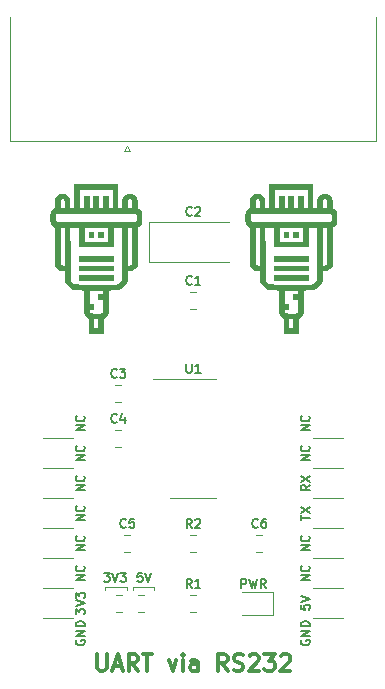
<source format=gbr>
G04 #@! TF.GenerationSoftware,KiCad,Pcbnew,(5.1.5)-3*
G04 #@! TF.CreationDate,2020-04-27T13:04:48+02:00*
G04 #@! TF.ProjectId,RS232_click,52533233-325f-4636-9c69-636b2e6b6963,rev?*
G04 #@! TF.SameCoordinates,Original*
G04 #@! TF.FileFunction,Legend,Top*
G04 #@! TF.FilePolarity,Positive*
%FSLAX46Y46*%
G04 Gerber Fmt 4.6, Leading zero omitted, Abs format (unit mm)*
G04 Created by KiCad (PCBNEW (5.1.5)-3) date 2020-04-27 13:04:48*
%MOMM*%
%LPD*%
G04 APERTURE LIST*
%ADD10C,0.150000*%
%ADD11C,0.120000*%
%ADD12C,0.304800*%
%ADD13C,0.010000*%
G04 APERTURE END LIST*
D10*
X59163857Y-143473714D02*
X58801000Y-143473714D01*
X58764714Y-143836571D01*
X58801000Y-143800285D01*
X58873571Y-143764000D01*
X59055000Y-143764000D01*
X59127571Y-143800285D01*
X59163857Y-143836571D01*
X59200142Y-143909142D01*
X59200142Y-144090571D01*
X59163857Y-144163142D01*
X59127571Y-144199428D01*
X59055000Y-144235714D01*
X58873571Y-144235714D01*
X58801000Y-144199428D01*
X58764714Y-144163142D01*
X59417857Y-143473714D02*
X59671857Y-144235714D01*
X59925857Y-143473714D01*
X55952571Y-143473714D02*
X56424285Y-143473714D01*
X56170285Y-143764000D01*
X56279142Y-143764000D01*
X56351714Y-143800285D01*
X56388000Y-143836571D01*
X56424285Y-143909142D01*
X56424285Y-144090571D01*
X56388000Y-144163142D01*
X56351714Y-144199428D01*
X56279142Y-144235714D01*
X56061428Y-144235714D01*
X55988857Y-144199428D01*
X55952571Y-144163142D01*
X56642000Y-143473714D02*
X56896000Y-144235714D01*
X57150000Y-143473714D01*
X57331428Y-143473714D02*
X57803142Y-143473714D01*
X57549142Y-143764000D01*
X57658000Y-143764000D01*
X57730571Y-143800285D01*
X57766857Y-143836571D01*
X57803142Y-143909142D01*
X57803142Y-144090571D01*
X57766857Y-144163142D01*
X57730571Y-144199428D01*
X57658000Y-144235714D01*
X57440285Y-144235714D01*
X57367714Y-144199428D01*
X57331428Y-144163142D01*
D11*
X60198000Y-144653000D02*
X60198000Y-144907000D01*
X58420000Y-144653000D02*
X60198000Y-144653000D01*
X58420000Y-144907000D02*
X58420000Y-144653000D01*
X57912000Y-144653000D02*
X57912000Y-144907000D01*
X56007000Y-144653000D02*
X57912000Y-144653000D01*
X56007000Y-144907000D02*
X56007000Y-144653000D01*
D10*
X73369714Y-144108714D02*
X72607714Y-144108714D01*
X73369714Y-143673285D01*
X72607714Y-143673285D01*
X73297142Y-142875000D02*
X73333428Y-142911285D01*
X73369714Y-143020142D01*
X73369714Y-143092714D01*
X73333428Y-143201571D01*
X73260857Y-143274142D01*
X73188285Y-143310428D01*
X73043142Y-143346714D01*
X72934285Y-143346714D01*
X72789142Y-143310428D01*
X72716571Y-143274142D01*
X72644000Y-143201571D01*
X72607714Y-143092714D01*
X72607714Y-143020142D01*
X72644000Y-142911285D01*
X72680285Y-142875000D01*
X73369714Y-141568714D02*
X72607714Y-141568714D01*
X73369714Y-141133285D01*
X72607714Y-141133285D01*
X73297142Y-140335000D02*
X73333428Y-140371285D01*
X73369714Y-140480142D01*
X73369714Y-140552714D01*
X73333428Y-140661571D01*
X73260857Y-140734142D01*
X73188285Y-140770428D01*
X73043142Y-140806714D01*
X72934285Y-140806714D01*
X72789142Y-140770428D01*
X72716571Y-140734142D01*
X72644000Y-140661571D01*
X72607714Y-140552714D01*
X72607714Y-140480142D01*
X72644000Y-140371285D01*
X72680285Y-140335000D01*
X73369714Y-133948714D02*
X72607714Y-133948714D01*
X73369714Y-133513285D01*
X72607714Y-133513285D01*
X73297142Y-132715000D02*
X73333428Y-132751285D01*
X73369714Y-132860142D01*
X73369714Y-132932714D01*
X73333428Y-133041571D01*
X73260857Y-133114142D01*
X73188285Y-133150428D01*
X73043142Y-133186714D01*
X72934285Y-133186714D01*
X72789142Y-133150428D01*
X72716571Y-133114142D01*
X72644000Y-133041571D01*
X72607714Y-132932714D01*
X72607714Y-132860142D01*
X72644000Y-132751285D01*
X72680285Y-132715000D01*
X73369714Y-131408714D02*
X72607714Y-131408714D01*
X73369714Y-130973285D01*
X72607714Y-130973285D01*
X73297142Y-130175000D02*
X73333428Y-130211285D01*
X73369714Y-130320142D01*
X73369714Y-130392714D01*
X73333428Y-130501571D01*
X73260857Y-130574142D01*
X73188285Y-130610428D01*
X73043142Y-130646714D01*
X72934285Y-130646714D01*
X72789142Y-130610428D01*
X72716571Y-130574142D01*
X72644000Y-130501571D01*
X72607714Y-130392714D01*
X72607714Y-130320142D01*
X72644000Y-130211285D01*
X72680285Y-130175000D01*
X54319714Y-144108714D02*
X53557714Y-144108714D01*
X54319714Y-143673285D01*
X53557714Y-143673285D01*
X54247142Y-142875000D02*
X54283428Y-142911285D01*
X54319714Y-143020142D01*
X54319714Y-143092714D01*
X54283428Y-143201571D01*
X54210857Y-143274142D01*
X54138285Y-143310428D01*
X53993142Y-143346714D01*
X53884285Y-143346714D01*
X53739142Y-143310428D01*
X53666571Y-143274142D01*
X53594000Y-143201571D01*
X53557714Y-143092714D01*
X53557714Y-143020142D01*
X53594000Y-142911285D01*
X53630285Y-142875000D01*
X54319714Y-141568714D02*
X53557714Y-141568714D01*
X54319714Y-141133285D01*
X53557714Y-141133285D01*
X54247142Y-140335000D02*
X54283428Y-140371285D01*
X54319714Y-140480142D01*
X54319714Y-140552714D01*
X54283428Y-140661571D01*
X54210857Y-140734142D01*
X54138285Y-140770428D01*
X53993142Y-140806714D01*
X53884285Y-140806714D01*
X53739142Y-140770428D01*
X53666571Y-140734142D01*
X53594000Y-140661571D01*
X53557714Y-140552714D01*
X53557714Y-140480142D01*
X53594000Y-140371285D01*
X53630285Y-140335000D01*
X54319714Y-139028714D02*
X53557714Y-139028714D01*
X54319714Y-138593285D01*
X53557714Y-138593285D01*
X54247142Y-137795000D02*
X54283428Y-137831285D01*
X54319714Y-137940142D01*
X54319714Y-138012714D01*
X54283428Y-138121571D01*
X54210857Y-138194142D01*
X54138285Y-138230428D01*
X53993142Y-138266714D01*
X53884285Y-138266714D01*
X53739142Y-138230428D01*
X53666571Y-138194142D01*
X53594000Y-138121571D01*
X53557714Y-138012714D01*
X53557714Y-137940142D01*
X53594000Y-137831285D01*
X53630285Y-137795000D01*
X54319714Y-136488714D02*
X53557714Y-136488714D01*
X54319714Y-136053285D01*
X53557714Y-136053285D01*
X54247142Y-135255000D02*
X54283428Y-135291285D01*
X54319714Y-135400142D01*
X54319714Y-135472714D01*
X54283428Y-135581571D01*
X54210857Y-135654142D01*
X54138285Y-135690428D01*
X53993142Y-135726714D01*
X53884285Y-135726714D01*
X53739142Y-135690428D01*
X53666571Y-135654142D01*
X53594000Y-135581571D01*
X53557714Y-135472714D01*
X53557714Y-135400142D01*
X53594000Y-135291285D01*
X53630285Y-135255000D01*
X54319714Y-133948714D02*
X53557714Y-133948714D01*
X54319714Y-133513285D01*
X53557714Y-133513285D01*
X54247142Y-132715000D02*
X54283428Y-132751285D01*
X54319714Y-132860142D01*
X54319714Y-132932714D01*
X54283428Y-133041571D01*
X54210857Y-133114142D01*
X54138285Y-133150428D01*
X53993142Y-133186714D01*
X53884285Y-133186714D01*
X53739142Y-133150428D01*
X53666571Y-133114142D01*
X53594000Y-133041571D01*
X53557714Y-132932714D01*
X53557714Y-132860142D01*
X53594000Y-132751285D01*
X53630285Y-132715000D01*
X73369714Y-136017000D02*
X73006857Y-136271000D01*
X73369714Y-136452428D02*
X72607714Y-136452428D01*
X72607714Y-136162142D01*
X72644000Y-136089571D01*
X72680285Y-136053285D01*
X72752857Y-136017000D01*
X72861714Y-136017000D01*
X72934285Y-136053285D01*
X72970571Y-136089571D01*
X73006857Y-136162142D01*
X73006857Y-136452428D01*
X72607714Y-135763000D02*
X73369714Y-135255000D01*
X72607714Y-135255000D02*
X73369714Y-135763000D01*
X72607714Y-139010571D02*
X72607714Y-138575142D01*
X73369714Y-138792857D02*
X72607714Y-138792857D01*
X72607714Y-138393714D02*
X73369714Y-137885714D01*
X72607714Y-137885714D02*
X73369714Y-138393714D01*
X72607714Y-146195142D02*
X72607714Y-146558000D01*
X72970571Y-146594285D01*
X72934285Y-146558000D01*
X72898000Y-146485428D01*
X72898000Y-146304000D01*
X72934285Y-146231428D01*
X72970571Y-146195142D01*
X73043142Y-146158857D01*
X73224571Y-146158857D01*
X73297142Y-146195142D01*
X73333428Y-146231428D01*
X73369714Y-146304000D01*
X73369714Y-146485428D01*
X73333428Y-146558000D01*
X73297142Y-146594285D01*
X72607714Y-145941142D02*
X73369714Y-145687142D01*
X72607714Y-145433142D01*
X72644000Y-149170571D02*
X72607714Y-149243142D01*
X72607714Y-149352000D01*
X72644000Y-149460857D01*
X72716571Y-149533428D01*
X72789142Y-149569714D01*
X72934285Y-149606000D01*
X73043142Y-149606000D01*
X73188285Y-149569714D01*
X73260857Y-149533428D01*
X73333428Y-149460857D01*
X73369714Y-149352000D01*
X73369714Y-149279428D01*
X73333428Y-149170571D01*
X73297142Y-149134285D01*
X73043142Y-149134285D01*
X73043142Y-149279428D01*
X73369714Y-148807714D02*
X72607714Y-148807714D01*
X73369714Y-148372285D01*
X72607714Y-148372285D01*
X73369714Y-148009428D02*
X72607714Y-148009428D01*
X72607714Y-147828000D01*
X72644000Y-147719142D01*
X72716571Y-147646571D01*
X72789142Y-147610285D01*
X72934285Y-147574000D01*
X73043142Y-147574000D01*
X73188285Y-147610285D01*
X73260857Y-147646571D01*
X73333428Y-147719142D01*
X73369714Y-147828000D01*
X73369714Y-148009428D01*
X53594000Y-149170571D02*
X53557714Y-149243142D01*
X53557714Y-149352000D01*
X53594000Y-149460857D01*
X53666571Y-149533428D01*
X53739142Y-149569714D01*
X53884285Y-149606000D01*
X53993142Y-149606000D01*
X54138285Y-149569714D01*
X54210857Y-149533428D01*
X54283428Y-149460857D01*
X54319714Y-149352000D01*
X54319714Y-149279428D01*
X54283428Y-149170571D01*
X54247142Y-149134285D01*
X53993142Y-149134285D01*
X53993142Y-149279428D01*
X54319714Y-148807714D02*
X53557714Y-148807714D01*
X54319714Y-148372285D01*
X53557714Y-148372285D01*
X54319714Y-148009428D02*
X53557714Y-148009428D01*
X53557714Y-147828000D01*
X53594000Y-147719142D01*
X53666571Y-147646571D01*
X53739142Y-147610285D01*
X53884285Y-147574000D01*
X53993142Y-147574000D01*
X54138285Y-147610285D01*
X54210857Y-147646571D01*
X54283428Y-147719142D01*
X54319714Y-147828000D01*
X54319714Y-148009428D01*
X53557714Y-146993428D02*
X53557714Y-146521714D01*
X53848000Y-146775714D01*
X53848000Y-146666857D01*
X53884285Y-146594285D01*
X53920571Y-146558000D01*
X53993142Y-146521714D01*
X54174571Y-146521714D01*
X54247142Y-146558000D01*
X54283428Y-146594285D01*
X54319714Y-146666857D01*
X54319714Y-146884571D01*
X54283428Y-146957142D01*
X54247142Y-146993428D01*
X53557714Y-146304000D02*
X54319714Y-146050000D01*
X53557714Y-145796000D01*
X53557714Y-145614571D02*
X53557714Y-145142857D01*
X53848000Y-145396857D01*
X53848000Y-145288000D01*
X53884285Y-145215428D01*
X53920571Y-145179142D01*
X53993142Y-145142857D01*
X54174571Y-145142857D01*
X54247142Y-145179142D01*
X54283428Y-145215428D01*
X54319714Y-145288000D01*
X54319714Y-145505714D01*
X54283428Y-145578285D01*
X54247142Y-145614571D01*
X54319714Y-131408714D02*
X53557714Y-131408714D01*
X54319714Y-130973285D01*
X53557714Y-130973285D01*
X54247142Y-130175000D02*
X54283428Y-130211285D01*
X54319714Y-130320142D01*
X54319714Y-130392714D01*
X54283428Y-130501571D01*
X54210857Y-130574142D01*
X54138285Y-130610428D01*
X53993142Y-130646714D01*
X53884285Y-130646714D01*
X53739142Y-130610428D01*
X53666571Y-130574142D01*
X53594000Y-130501571D01*
X53557714Y-130392714D01*
X53557714Y-130320142D01*
X53594000Y-130211285D01*
X53630285Y-130175000D01*
X67564000Y-144743714D02*
X67564000Y-143981714D01*
X67854285Y-143981714D01*
X67926857Y-144018000D01*
X67963142Y-144054285D01*
X67999428Y-144126857D01*
X67999428Y-144235714D01*
X67963142Y-144308285D01*
X67926857Y-144344571D01*
X67854285Y-144380857D01*
X67564000Y-144380857D01*
X68253428Y-143981714D02*
X68434857Y-144743714D01*
X68580000Y-144199428D01*
X68725142Y-144743714D01*
X68906571Y-143981714D01*
X69632285Y-144743714D02*
X69378285Y-144380857D01*
X69196857Y-144743714D02*
X69196857Y-143981714D01*
X69487142Y-143981714D01*
X69559714Y-144018000D01*
X69596000Y-144054285D01*
X69632285Y-144126857D01*
X69632285Y-144235714D01*
X69596000Y-144308285D01*
X69559714Y-144344571D01*
X69487142Y-144380857D01*
X69196857Y-144380857D01*
D11*
X76200000Y-132080000D02*
X73660000Y-132080000D01*
X76200000Y-134620000D02*
X73660000Y-134620000D01*
X76200000Y-137160000D02*
X73660000Y-137160000D01*
X76200000Y-139700000D02*
X73660000Y-139700000D01*
X76200000Y-142240000D02*
X73660000Y-142240000D01*
X76200000Y-144780000D02*
X73660000Y-144780000D01*
X76200000Y-147320000D02*
X73660000Y-147320000D01*
X50800000Y-147320000D02*
X53340000Y-147320000D01*
X50800000Y-144780000D02*
X53340000Y-144780000D01*
X50800000Y-142240000D02*
X53340000Y-142240000D01*
X50800000Y-139700000D02*
X53340000Y-139700000D01*
X50800000Y-137160000D02*
X53340000Y-137160000D01*
X50800000Y-134620000D02*
X53340000Y-134620000D01*
X50800000Y-132080000D02*
X53340000Y-132080000D01*
D12*
X55350833Y-150364976D02*
X55350833Y-151495880D01*
X55417357Y-151628928D01*
X55483880Y-151695452D01*
X55616928Y-151761976D01*
X55883023Y-151761976D01*
X56016071Y-151695452D01*
X56082595Y-151628928D01*
X56149119Y-151495880D01*
X56149119Y-150364976D01*
X56747833Y-151362833D02*
X57413071Y-151362833D01*
X56614785Y-151761976D02*
X57080452Y-150364976D01*
X57546119Y-151761976D01*
X58810071Y-151761976D02*
X58344404Y-151096738D01*
X58011785Y-151761976D02*
X58011785Y-150364976D01*
X58543976Y-150364976D01*
X58677023Y-150431500D01*
X58743547Y-150498023D01*
X58810071Y-150631071D01*
X58810071Y-150830642D01*
X58743547Y-150963690D01*
X58677023Y-151030214D01*
X58543976Y-151096738D01*
X58011785Y-151096738D01*
X59209214Y-150364976D02*
X60007500Y-150364976D01*
X59608357Y-151761976D02*
X59608357Y-150364976D01*
X61404500Y-150830642D02*
X61737119Y-151761976D01*
X62069738Y-150830642D01*
X62601928Y-151761976D02*
X62601928Y-150830642D01*
X62601928Y-150364976D02*
X62535404Y-150431500D01*
X62601928Y-150498023D01*
X62668452Y-150431500D01*
X62601928Y-150364976D01*
X62601928Y-150498023D01*
X63865880Y-151761976D02*
X63865880Y-151030214D01*
X63799357Y-150897166D01*
X63666309Y-150830642D01*
X63400214Y-150830642D01*
X63267166Y-150897166D01*
X63865880Y-151695452D02*
X63732833Y-151761976D01*
X63400214Y-151761976D01*
X63267166Y-151695452D01*
X63200642Y-151562404D01*
X63200642Y-151429357D01*
X63267166Y-151296309D01*
X63400214Y-151229785D01*
X63732833Y-151229785D01*
X63865880Y-151163261D01*
X66393785Y-151761976D02*
X65928119Y-151096738D01*
X65595500Y-151761976D02*
X65595500Y-150364976D01*
X66127690Y-150364976D01*
X66260738Y-150431500D01*
X66327261Y-150498023D01*
X66393785Y-150631071D01*
X66393785Y-150830642D01*
X66327261Y-150963690D01*
X66260738Y-151030214D01*
X66127690Y-151096738D01*
X65595500Y-151096738D01*
X66925976Y-151695452D02*
X67125547Y-151761976D01*
X67458166Y-151761976D01*
X67591214Y-151695452D01*
X67657738Y-151628928D01*
X67724261Y-151495880D01*
X67724261Y-151362833D01*
X67657738Y-151229785D01*
X67591214Y-151163261D01*
X67458166Y-151096738D01*
X67192071Y-151030214D01*
X67059023Y-150963690D01*
X66992500Y-150897166D01*
X66925976Y-150764119D01*
X66925976Y-150631071D01*
X66992500Y-150498023D01*
X67059023Y-150431500D01*
X67192071Y-150364976D01*
X67524690Y-150364976D01*
X67724261Y-150431500D01*
X68256452Y-150498023D02*
X68322976Y-150431500D01*
X68456023Y-150364976D01*
X68788642Y-150364976D01*
X68921690Y-150431500D01*
X68988214Y-150498023D01*
X69054738Y-150631071D01*
X69054738Y-150764119D01*
X68988214Y-150963690D01*
X68189928Y-151761976D01*
X69054738Y-151761976D01*
X69520404Y-150364976D02*
X70385214Y-150364976D01*
X69919547Y-150897166D01*
X70119119Y-150897166D01*
X70252166Y-150963690D01*
X70318690Y-151030214D01*
X70385214Y-151163261D01*
X70385214Y-151495880D01*
X70318690Y-151628928D01*
X70252166Y-151695452D01*
X70119119Y-151761976D01*
X69719976Y-151761976D01*
X69586928Y-151695452D01*
X69520404Y-151628928D01*
X70917404Y-150498023D02*
X70983928Y-150431500D01*
X71116976Y-150364976D01*
X71449595Y-150364976D01*
X71582642Y-150431500D01*
X71649166Y-150498023D01*
X71715690Y-150631071D01*
X71715690Y-150764119D01*
X71649166Y-150963690D01*
X70850880Y-151761976D01*
X71715690Y-151761976D01*
D13*
G36*
X55041800Y-114604800D02*
G01*
X55041800Y-115011200D01*
X54635400Y-115011200D01*
X54635400Y-114604800D01*
X55041800Y-114604800D01*
G37*
X55041800Y-114604800D02*
X55041800Y-115011200D01*
X54635400Y-115011200D01*
X54635400Y-114604800D01*
X55041800Y-114604800D01*
G36*
X55854600Y-114604800D02*
G01*
X55854600Y-115011200D01*
X55448200Y-115011200D01*
X55448200Y-114604800D01*
X55854600Y-114604800D01*
G37*
X55854600Y-114604800D02*
X55854600Y-115011200D01*
X55448200Y-115011200D01*
X55448200Y-114604800D01*
X55854600Y-114604800D01*
G36*
X56667400Y-116636800D02*
G01*
X56667400Y-117043200D01*
X53822600Y-117043200D01*
X53822600Y-116636800D01*
X56667400Y-116636800D01*
G37*
X56667400Y-116636800D02*
X56667400Y-117043200D01*
X53822600Y-117043200D01*
X53822600Y-116636800D01*
X56667400Y-116636800D01*
G36*
X56667400Y-117449600D02*
G01*
X56667400Y-117856000D01*
X53822600Y-117856000D01*
X53822600Y-117449600D01*
X56667400Y-117449600D01*
G37*
X56667400Y-117449600D02*
X56667400Y-117856000D01*
X53822600Y-117856000D01*
X53822600Y-117449600D01*
X56667400Y-117449600D01*
G36*
X56667400Y-118262400D02*
G01*
X56667400Y-118668800D01*
X53822600Y-118668800D01*
X53822600Y-118262400D01*
X56667400Y-118262400D01*
G37*
X56667400Y-118262400D02*
X56667400Y-118668800D01*
X53822600Y-118668800D01*
X53822600Y-118262400D01*
X56667400Y-118262400D01*
G36*
X51384749Y-113243961D02*
G01*
X51387491Y-113141838D01*
X51394070Y-113067950D01*
X51406128Y-113011016D01*
X51425308Y-112959755D01*
X51453252Y-112902886D01*
X51454983Y-112899551D01*
X51543906Y-112769972D01*
X51651833Y-112678514D01*
X51777900Y-112593727D01*
X51790600Y-112181089D01*
X51795644Y-112027053D01*
X51800891Y-111914258D01*
X51807934Y-111833165D01*
X51818362Y-111774235D01*
X51833769Y-111727928D01*
X51855745Y-111684705D01*
X51880171Y-111644248D01*
X51977990Y-111524636D01*
X52081379Y-111443172D01*
X52153332Y-111402496D01*
X52217332Y-111379262D01*
X52292892Y-111368765D01*
X52399527Y-111366301D01*
X52400199Y-111366300D01*
X52507049Y-111368736D01*
X52582720Y-111379178D01*
X52646729Y-111402333D01*
X52718590Y-111442906D01*
X52719020Y-111443172D01*
X52838753Y-111540971D01*
X52920228Y-111644253D01*
X52949151Y-111692505D01*
X52969905Y-111735377D01*
X52984057Y-111782570D01*
X52993173Y-111843786D01*
X52998818Y-111928725D01*
X53002558Y-112047090D01*
X53005197Y-112170631D01*
X53013295Y-112572800D01*
X53416200Y-112572800D01*
X53416200Y-110540800D01*
X57073800Y-110540800D01*
X57073800Y-112572800D01*
X57476704Y-112572800D01*
X57484802Y-112170631D01*
X57488145Y-112018996D01*
X57492156Y-111908451D01*
X57498399Y-111829295D01*
X57508442Y-111771827D01*
X57523850Y-111726345D01*
X57546189Y-111683148D01*
X57569771Y-111644253D01*
X57667609Y-111524617D01*
X57770979Y-111443172D01*
X57842932Y-111402496D01*
X57906932Y-111379262D01*
X57982492Y-111368765D01*
X58089127Y-111366301D01*
X58089800Y-111366300D01*
X58196649Y-111368736D01*
X58272320Y-111379178D01*
X58336329Y-111402333D01*
X58408190Y-111442906D01*
X58408620Y-111443172D01*
X58528333Y-111540950D01*
X58609828Y-111644248D01*
X58638481Y-111692172D01*
X58659240Y-111735246D01*
X58673697Y-111783010D01*
X58683444Y-111845003D01*
X58690073Y-111930765D01*
X58695175Y-112049834D01*
X58699400Y-112181089D01*
X58712100Y-112593727D01*
X58838166Y-112678514D01*
X58956041Y-112781142D01*
X59035016Y-112899551D01*
X59063464Y-112957023D01*
X59083060Y-113008298D01*
X59095449Y-113064657D01*
X59102274Y-113137381D01*
X59105176Y-113237751D01*
X59105799Y-113377048D01*
X59105800Y-113385600D01*
X59105250Y-113527240D01*
X59102508Y-113629363D01*
X59095929Y-113703251D01*
X59083871Y-113760185D01*
X59064691Y-113811446D01*
X59036747Y-113868315D01*
X59035016Y-113871650D01*
X58945863Y-114001482D01*
X58838166Y-114092764D01*
X58712100Y-114177627D01*
X58686700Y-117440933D01*
X58609828Y-117565245D01*
X58505612Y-117696063D01*
X58377788Y-117785678D01*
X58220798Y-117837142D01*
X58087501Y-117852246D01*
X57890716Y-117861192D01*
X57886600Y-118074410D01*
X57886600Y-117449600D01*
X58027454Y-117449600D01*
X58118335Y-117445077D01*
X58178328Y-117427533D01*
X58226850Y-117391011D01*
X58230654Y-117387255D01*
X58293000Y-117324910D01*
X58293000Y-114198400D01*
X57886600Y-114198400D01*
X57886600Y-117449600D01*
X57886600Y-118074410D01*
X57882308Y-118296746D01*
X57878773Y-118457458D01*
X57874435Y-118577084D01*
X57868010Y-118665339D01*
X57858214Y-118731936D01*
X57843764Y-118786586D01*
X57823376Y-118839005D01*
X57805424Y-118878418D01*
X57701369Y-119049084D01*
X57560569Y-119205886D01*
X57397075Y-119334540D01*
X57305342Y-119386766D01*
X57243650Y-119416518D01*
X57191169Y-119438206D01*
X57138127Y-119453292D01*
X57074750Y-119463240D01*
X56991265Y-119469509D01*
X56877899Y-119473564D01*
X56724878Y-119476865D01*
X56699820Y-119477349D01*
X56261000Y-119485797D01*
X56261000Y-121457000D01*
X56190474Y-121593250D01*
X56113852Y-121709297D01*
X56010784Y-121801124D01*
X55997189Y-121810420D01*
X55997189Y-119071943D01*
X56240134Y-119071614D01*
X56456925Y-119070852D01*
X56643092Y-119069678D01*
X56794168Y-119068109D01*
X56905686Y-119066163D01*
X56973177Y-119063861D01*
X56989312Y-119062539D01*
X57106105Y-119026342D01*
X57226269Y-118957133D01*
X57329986Y-118867096D01*
X57355080Y-118837655D01*
X57376138Y-118810668D01*
X57394642Y-118784741D01*
X57410759Y-118756580D01*
X57424656Y-118722893D01*
X57436500Y-118680389D01*
X57446457Y-118625776D01*
X57454694Y-118555761D01*
X57461377Y-118467052D01*
X57466674Y-118356357D01*
X57470751Y-118220385D01*
X57473775Y-118055843D01*
X57475913Y-117859439D01*
X57477331Y-117627881D01*
X57478195Y-117357877D01*
X57478674Y-117046134D01*
X57478933Y-116689362D01*
X57479085Y-116389150D01*
X57480200Y-114198400D01*
X56667400Y-114198400D01*
X56667400Y-115824000D01*
X54229000Y-115824000D01*
X54229000Y-115417600D01*
X56261000Y-115417600D01*
X56261000Y-114198400D01*
X54229000Y-114198400D01*
X54229000Y-115417600D01*
X54229000Y-115824000D01*
X53822600Y-115824000D01*
X53822600Y-114198400D01*
X53008722Y-114198400D01*
X53015611Y-116427250D01*
X53016748Y-116821167D01*
X53017723Y-117167546D01*
X53018767Y-117469647D01*
X53020109Y-117730731D01*
X53021979Y-117954058D01*
X53024606Y-118142889D01*
X53028221Y-118300483D01*
X53033052Y-118430102D01*
X53039331Y-118535005D01*
X53047286Y-118618454D01*
X53057148Y-118683708D01*
X53069146Y-118734028D01*
X53083511Y-118772675D01*
X53100471Y-118802908D01*
X53120256Y-118827989D01*
X53143097Y-118851177D01*
X53169223Y-118875733D01*
X53189553Y-118895447D01*
X53220722Y-118927433D01*
X53248178Y-118955058D01*
X53275684Y-118978658D01*
X53306997Y-118998565D01*
X53345877Y-119015114D01*
X53396086Y-119028639D01*
X53461382Y-119039474D01*
X53545525Y-119047953D01*
X53652275Y-119054410D01*
X53785392Y-119059178D01*
X53948635Y-119062593D01*
X54145765Y-119064988D01*
X54380540Y-119066696D01*
X54656722Y-119068053D01*
X54978069Y-119069391D01*
X55156100Y-119070155D01*
X55450703Y-119071232D01*
X55732556Y-119071822D01*
X55997189Y-119071943D01*
X55997189Y-121810420D01*
X55987274Y-121817200D01*
X55854600Y-121904899D01*
X55854600Y-123139200D01*
X55041800Y-123139200D01*
X55041800Y-122732800D01*
X55448200Y-122732800D01*
X55448200Y-121920000D01*
X55428501Y-121920000D01*
X55428501Y-121514404D01*
X55571125Y-121513054D01*
X55677992Y-121503905D01*
X55754221Y-121481315D01*
X55804932Y-121439641D01*
X55835244Y-121373238D01*
X55850277Y-121276465D01*
X55855152Y-121143676D01*
X55854987Y-120969230D01*
X55854600Y-120841655D01*
X55854600Y-120294400D01*
X55448200Y-120294400D01*
X55448200Y-119888000D01*
X55854600Y-119888000D01*
X55854600Y-119481600D01*
X54635400Y-119481600D01*
X54635400Y-120700800D01*
X55041800Y-120700800D01*
X55041800Y-121107200D01*
X54635400Y-121107200D01*
X54635400Y-121248055D01*
X54639923Y-121338936D01*
X54657467Y-121398929D01*
X54693989Y-121447451D01*
X54697745Y-121451255D01*
X54720678Y-121472858D01*
X54745080Y-121488788D01*
X54778536Y-121499907D01*
X54828634Y-121507082D01*
X54902961Y-121511175D01*
X55009103Y-121513051D01*
X55154648Y-121513575D01*
X55244999Y-121513600D01*
X55428501Y-121514404D01*
X55428501Y-121920000D01*
X55041800Y-121920000D01*
X55041800Y-122732800D01*
X55041800Y-123139200D01*
X54635400Y-123139200D01*
X54635400Y-121904899D01*
X54502725Y-121817200D01*
X54392544Y-121727369D01*
X54312590Y-121617484D01*
X54299525Y-121593250D01*
X54229000Y-121457000D01*
X54229000Y-119485797D01*
X53790179Y-119477349D01*
X53630848Y-119474036D01*
X53512535Y-119470175D01*
X53425467Y-119464302D01*
X53359872Y-119454955D01*
X53305974Y-119440674D01*
X53254002Y-119419995D01*
X53194181Y-119391456D01*
X53184657Y-119386766D01*
X53014800Y-119278994D01*
X52860134Y-119135445D01*
X52734710Y-118970404D01*
X52684575Y-118878418D01*
X52659405Y-118821956D01*
X52641048Y-118769881D01*
X52628220Y-118712479D01*
X52619638Y-118640037D01*
X52614017Y-118542841D01*
X52610074Y-118411180D01*
X52607691Y-118296746D01*
X52599283Y-117861192D01*
X52462545Y-117854976D01*
X52462545Y-117449600D01*
X52603400Y-117449600D01*
X52603400Y-114198400D01*
X52197000Y-114198400D01*
X52197000Y-117324910D01*
X52259345Y-117387255D01*
X52307789Y-117425479D01*
X52366214Y-117444267D01*
X52454038Y-117449579D01*
X52462545Y-117449600D01*
X52462545Y-117854976D01*
X52402498Y-117852246D01*
X52221234Y-117826203D01*
X52073109Y-117764193D01*
X51952569Y-117663164D01*
X51915290Y-117612744D01*
X51915290Y-113792000D01*
X58574709Y-113792000D01*
X58637054Y-113729655D01*
X58664407Y-113699104D01*
X58682330Y-113665622D01*
X58692805Y-113618282D01*
X58697810Y-113546160D01*
X58699326Y-113438329D01*
X58699400Y-113385600D01*
X58698692Y-113261300D01*
X58695248Y-113176868D01*
X58687090Y-113121379D01*
X58672236Y-113083908D01*
X58648707Y-113053529D01*
X58637054Y-113041546D01*
X58574709Y-112979200D01*
X57886600Y-112979200D01*
X57886600Y-112572800D01*
X58293000Y-112572800D01*
X58293000Y-112228746D01*
X58292573Y-112089946D01*
X58290323Y-111992452D01*
X58284793Y-111926770D01*
X58274527Y-111883408D01*
X58258068Y-111852871D01*
X58233960Y-111825667D01*
X58230654Y-111822346D01*
X58148816Y-111770408D01*
X58089800Y-111760000D01*
X58000652Y-111783745D01*
X57948945Y-111822346D01*
X57923871Y-111849773D01*
X57906612Y-111879449D01*
X57895712Y-111920866D01*
X57889714Y-111983518D01*
X57887163Y-112076898D01*
X57886602Y-112210498D01*
X57886600Y-112228746D01*
X57886600Y-112572800D01*
X57886600Y-112979200D01*
X53822600Y-112979200D01*
X53822600Y-112572800D01*
X54229000Y-112572800D01*
X54229000Y-111556800D01*
X54635400Y-111556800D01*
X54635400Y-112572800D01*
X55041800Y-112572800D01*
X55041800Y-111556800D01*
X55448200Y-111556800D01*
X55448200Y-112572800D01*
X55854600Y-112572800D01*
X55854600Y-111556800D01*
X56261000Y-111556800D01*
X56261000Y-112572800D01*
X56667400Y-112572800D01*
X56667400Y-110947200D01*
X53822600Y-110947200D01*
X53822600Y-112572800D01*
X53822600Y-112979200D01*
X52197000Y-112979200D01*
X52197000Y-112572800D01*
X52603400Y-112572800D01*
X52603400Y-112228746D01*
X52602973Y-112089946D01*
X52600723Y-111992452D01*
X52595193Y-111926770D01*
X52584927Y-111883408D01*
X52568468Y-111852871D01*
X52544360Y-111825667D01*
X52541054Y-111822346D01*
X52459216Y-111770408D01*
X52400200Y-111760000D01*
X52311052Y-111783745D01*
X52259345Y-111822346D01*
X52234271Y-111849773D01*
X52217012Y-111879449D01*
X52206112Y-111920866D01*
X52200114Y-111983518D01*
X52197563Y-112076898D01*
X52197002Y-112210498D01*
X52197000Y-112228746D01*
X52197000Y-112572800D01*
X52197000Y-112979200D01*
X51915290Y-112979200D01*
X51852945Y-113041546D01*
X51825592Y-113072097D01*
X51807669Y-113105579D01*
X51797194Y-113152919D01*
X51792189Y-113225041D01*
X51790673Y-113332872D01*
X51790600Y-113385600D01*
X51791307Y-113509901D01*
X51794751Y-113594333D01*
X51802909Y-113649822D01*
X51817763Y-113687293D01*
X51841292Y-113717672D01*
X51852945Y-113729655D01*
X51915290Y-113792000D01*
X51915290Y-117612744D01*
X51880171Y-117565245D01*
X51803300Y-117440933D01*
X51777900Y-114177627D01*
X51651833Y-114092764D01*
X51533753Y-113989820D01*
X51454983Y-113871650D01*
X51426535Y-113814178D01*
X51406939Y-113762903D01*
X51394550Y-113706544D01*
X51387725Y-113633820D01*
X51384823Y-113533450D01*
X51384200Y-113394153D01*
X51384199Y-113385601D01*
X51384749Y-113243961D01*
G37*
X51384749Y-113243961D02*
X51387491Y-113141838D01*
X51394070Y-113067950D01*
X51406128Y-113011016D01*
X51425308Y-112959755D01*
X51453252Y-112902886D01*
X51454983Y-112899551D01*
X51543906Y-112769972D01*
X51651833Y-112678514D01*
X51777900Y-112593727D01*
X51790600Y-112181089D01*
X51795644Y-112027053D01*
X51800891Y-111914258D01*
X51807934Y-111833165D01*
X51818362Y-111774235D01*
X51833769Y-111727928D01*
X51855745Y-111684705D01*
X51880171Y-111644248D01*
X51977990Y-111524636D01*
X52081379Y-111443172D01*
X52153332Y-111402496D01*
X52217332Y-111379262D01*
X52292892Y-111368765D01*
X52399527Y-111366301D01*
X52400199Y-111366300D01*
X52507049Y-111368736D01*
X52582720Y-111379178D01*
X52646729Y-111402333D01*
X52718590Y-111442906D01*
X52719020Y-111443172D01*
X52838753Y-111540971D01*
X52920228Y-111644253D01*
X52949151Y-111692505D01*
X52969905Y-111735377D01*
X52984057Y-111782570D01*
X52993173Y-111843786D01*
X52998818Y-111928725D01*
X53002558Y-112047090D01*
X53005197Y-112170631D01*
X53013295Y-112572800D01*
X53416200Y-112572800D01*
X53416200Y-110540800D01*
X57073800Y-110540800D01*
X57073800Y-112572800D01*
X57476704Y-112572800D01*
X57484802Y-112170631D01*
X57488145Y-112018996D01*
X57492156Y-111908451D01*
X57498399Y-111829295D01*
X57508442Y-111771827D01*
X57523850Y-111726345D01*
X57546189Y-111683148D01*
X57569771Y-111644253D01*
X57667609Y-111524617D01*
X57770979Y-111443172D01*
X57842932Y-111402496D01*
X57906932Y-111379262D01*
X57982492Y-111368765D01*
X58089127Y-111366301D01*
X58089800Y-111366300D01*
X58196649Y-111368736D01*
X58272320Y-111379178D01*
X58336329Y-111402333D01*
X58408190Y-111442906D01*
X58408620Y-111443172D01*
X58528333Y-111540950D01*
X58609828Y-111644248D01*
X58638481Y-111692172D01*
X58659240Y-111735246D01*
X58673697Y-111783010D01*
X58683444Y-111845003D01*
X58690073Y-111930765D01*
X58695175Y-112049834D01*
X58699400Y-112181089D01*
X58712100Y-112593727D01*
X58838166Y-112678514D01*
X58956041Y-112781142D01*
X59035016Y-112899551D01*
X59063464Y-112957023D01*
X59083060Y-113008298D01*
X59095449Y-113064657D01*
X59102274Y-113137381D01*
X59105176Y-113237751D01*
X59105799Y-113377048D01*
X59105800Y-113385600D01*
X59105250Y-113527240D01*
X59102508Y-113629363D01*
X59095929Y-113703251D01*
X59083871Y-113760185D01*
X59064691Y-113811446D01*
X59036747Y-113868315D01*
X59035016Y-113871650D01*
X58945863Y-114001482D01*
X58838166Y-114092764D01*
X58712100Y-114177627D01*
X58686700Y-117440933D01*
X58609828Y-117565245D01*
X58505612Y-117696063D01*
X58377788Y-117785678D01*
X58220798Y-117837142D01*
X58087501Y-117852246D01*
X57890716Y-117861192D01*
X57886600Y-118074410D01*
X57886600Y-117449600D01*
X58027454Y-117449600D01*
X58118335Y-117445077D01*
X58178328Y-117427533D01*
X58226850Y-117391011D01*
X58230654Y-117387255D01*
X58293000Y-117324910D01*
X58293000Y-114198400D01*
X57886600Y-114198400D01*
X57886600Y-117449600D01*
X57886600Y-118074410D01*
X57882308Y-118296746D01*
X57878773Y-118457458D01*
X57874435Y-118577084D01*
X57868010Y-118665339D01*
X57858214Y-118731936D01*
X57843764Y-118786586D01*
X57823376Y-118839005D01*
X57805424Y-118878418D01*
X57701369Y-119049084D01*
X57560569Y-119205886D01*
X57397075Y-119334540D01*
X57305342Y-119386766D01*
X57243650Y-119416518D01*
X57191169Y-119438206D01*
X57138127Y-119453292D01*
X57074750Y-119463240D01*
X56991265Y-119469509D01*
X56877899Y-119473564D01*
X56724878Y-119476865D01*
X56699820Y-119477349D01*
X56261000Y-119485797D01*
X56261000Y-121457000D01*
X56190474Y-121593250D01*
X56113852Y-121709297D01*
X56010784Y-121801124D01*
X55997189Y-121810420D01*
X55997189Y-119071943D01*
X56240134Y-119071614D01*
X56456925Y-119070852D01*
X56643092Y-119069678D01*
X56794168Y-119068109D01*
X56905686Y-119066163D01*
X56973177Y-119063861D01*
X56989312Y-119062539D01*
X57106105Y-119026342D01*
X57226269Y-118957133D01*
X57329986Y-118867096D01*
X57355080Y-118837655D01*
X57376138Y-118810668D01*
X57394642Y-118784741D01*
X57410759Y-118756580D01*
X57424656Y-118722893D01*
X57436500Y-118680389D01*
X57446457Y-118625776D01*
X57454694Y-118555761D01*
X57461377Y-118467052D01*
X57466674Y-118356357D01*
X57470751Y-118220385D01*
X57473775Y-118055843D01*
X57475913Y-117859439D01*
X57477331Y-117627881D01*
X57478195Y-117357877D01*
X57478674Y-117046134D01*
X57478933Y-116689362D01*
X57479085Y-116389150D01*
X57480200Y-114198400D01*
X56667400Y-114198400D01*
X56667400Y-115824000D01*
X54229000Y-115824000D01*
X54229000Y-115417600D01*
X56261000Y-115417600D01*
X56261000Y-114198400D01*
X54229000Y-114198400D01*
X54229000Y-115417600D01*
X54229000Y-115824000D01*
X53822600Y-115824000D01*
X53822600Y-114198400D01*
X53008722Y-114198400D01*
X53015611Y-116427250D01*
X53016748Y-116821167D01*
X53017723Y-117167546D01*
X53018767Y-117469647D01*
X53020109Y-117730731D01*
X53021979Y-117954058D01*
X53024606Y-118142889D01*
X53028221Y-118300483D01*
X53033052Y-118430102D01*
X53039331Y-118535005D01*
X53047286Y-118618454D01*
X53057148Y-118683708D01*
X53069146Y-118734028D01*
X53083511Y-118772675D01*
X53100471Y-118802908D01*
X53120256Y-118827989D01*
X53143097Y-118851177D01*
X53169223Y-118875733D01*
X53189553Y-118895447D01*
X53220722Y-118927433D01*
X53248178Y-118955058D01*
X53275684Y-118978658D01*
X53306997Y-118998565D01*
X53345877Y-119015114D01*
X53396086Y-119028639D01*
X53461382Y-119039474D01*
X53545525Y-119047953D01*
X53652275Y-119054410D01*
X53785392Y-119059178D01*
X53948635Y-119062593D01*
X54145765Y-119064988D01*
X54380540Y-119066696D01*
X54656722Y-119068053D01*
X54978069Y-119069391D01*
X55156100Y-119070155D01*
X55450703Y-119071232D01*
X55732556Y-119071822D01*
X55997189Y-119071943D01*
X55997189Y-121810420D01*
X55987274Y-121817200D01*
X55854600Y-121904899D01*
X55854600Y-123139200D01*
X55041800Y-123139200D01*
X55041800Y-122732800D01*
X55448200Y-122732800D01*
X55448200Y-121920000D01*
X55428501Y-121920000D01*
X55428501Y-121514404D01*
X55571125Y-121513054D01*
X55677992Y-121503905D01*
X55754221Y-121481315D01*
X55804932Y-121439641D01*
X55835244Y-121373238D01*
X55850277Y-121276465D01*
X55855152Y-121143676D01*
X55854987Y-120969230D01*
X55854600Y-120841655D01*
X55854600Y-120294400D01*
X55448200Y-120294400D01*
X55448200Y-119888000D01*
X55854600Y-119888000D01*
X55854600Y-119481600D01*
X54635400Y-119481600D01*
X54635400Y-120700800D01*
X55041800Y-120700800D01*
X55041800Y-121107200D01*
X54635400Y-121107200D01*
X54635400Y-121248055D01*
X54639923Y-121338936D01*
X54657467Y-121398929D01*
X54693989Y-121447451D01*
X54697745Y-121451255D01*
X54720678Y-121472858D01*
X54745080Y-121488788D01*
X54778536Y-121499907D01*
X54828634Y-121507082D01*
X54902961Y-121511175D01*
X55009103Y-121513051D01*
X55154648Y-121513575D01*
X55244999Y-121513600D01*
X55428501Y-121514404D01*
X55428501Y-121920000D01*
X55041800Y-121920000D01*
X55041800Y-122732800D01*
X55041800Y-123139200D01*
X54635400Y-123139200D01*
X54635400Y-121904899D01*
X54502725Y-121817200D01*
X54392544Y-121727369D01*
X54312590Y-121617484D01*
X54299525Y-121593250D01*
X54229000Y-121457000D01*
X54229000Y-119485797D01*
X53790179Y-119477349D01*
X53630848Y-119474036D01*
X53512535Y-119470175D01*
X53425467Y-119464302D01*
X53359872Y-119454955D01*
X53305974Y-119440674D01*
X53254002Y-119419995D01*
X53194181Y-119391456D01*
X53184657Y-119386766D01*
X53014800Y-119278994D01*
X52860134Y-119135445D01*
X52734710Y-118970404D01*
X52684575Y-118878418D01*
X52659405Y-118821956D01*
X52641048Y-118769881D01*
X52628220Y-118712479D01*
X52619638Y-118640037D01*
X52614017Y-118542841D01*
X52610074Y-118411180D01*
X52607691Y-118296746D01*
X52599283Y-117861192D01*
X52462545Y-117854976D01*
X52462545Y-117449600D01*
X52603400Y-117449600D01*
X52603400Y-114198400D01*
X52197000Y-114198400D01*
X52197000Y-117324910D01*
X52259345Y-117387255D01*
X52307789Y-117425479D01*
X52366214Y-117444267D01*
X52454038Y-117449579D01*
X52462545Y-117449600D01*
X52462545Y-117854976D01*
X52402498Y-117852246D01*
X52221234Y-117826203D01*
X52073109Y-117764193D01*
X51952569Y-117663164D01*
X51915290Y-117612744D01*
X51915290Y-113792000D01*
X58574709Y-113792000D01*
X58637054Y-113729655D01*
X58664407Y-113699104D01*
X58682330Y-113665622D01*
X58692805Y-113618282D01*
X58697810Y-113546160D01*
X58699326Y-113438329D01*
X58699400Y-113385600D01*
X58698692Y-113261300D01*
X58695248Y-113176868D01*
X58687090Y-113121379D01*
X58672236Y-113083908D01*
X58648707Y-113053529D01*
X58637054Y-113041546D01*
X58574709Y-112979200D01*
X57886600Y-112979200D01*
X57886600Y-112572800D01*
X58293000Y-112572800D01*
X58293000Y-112228746D01*
X58292573Y-112089946D01*
X58290323Y-111992452D01*
X58284793Y-111926770D01*
X58274527Y-111883408D01*
X58258068Y-111852871D01*
X58233960Y-111825667D01*
X58230654Y-111822346D01*
X58148816Y-111770408D01*
X58089800Y-111760000D01*
X58000652Y-111783745D01*
X57948945Y-111822346D01*
X57923871Y-111849773D01*
X57906612Y-111879449D01*
X57895712Y-111920866D01*
X57889714Y-111983518D01*
X57887163Y-112076898D01*
X57886602Y-112210498D01*
X57886600Y-112228746D01*
X57886600Y-112572800D01*
X57886600Y-112979200D01*
X53822600Y-112979200D01*
X53822600Y-112572800D01*
X54229000Y-112572800D01*
X54229000Y-111556800D01*
X54635400Y-111556800D01*
X54635400Y-112572800D01*
X55041800Y-112572800D01*
X55041800Y-111556800D01*
X55448200Y-111556800D01*
X55448200Y-112572800D01*
X55854600Y-112572800D01*
X55854600Y-111556800D01*
X56261000Y-111556800D01*
X56261000Y-112572800D01*
X56667400Y-112572800D01*
X56667400Y-110947200D01*
X53822600Y-110947200D01*
X53822600Y-112572800D01*
X53822600Y-112979200D01*
X52197000Y-112979200D01*
X52197000Y-112572800D01*
X52603400Y-112572800D01*
X52603400Y-112228746D01*
X52602973Y-112089946D01*
X52600723Y-111992452D01*
X52595193Y-111926770D01*
X52584927Y-111883408D01*
X52568468Y-111852871D01*
X52544360Y-111825667D01*
X52541054Y-111822346D01*
X52459216Y-111770408D01*
X52400200Y-111760000D01*
X52311052Y-111783745D01*
X52259345Y-111822346D01*
X52234271Y-111849773D01*
X52217012Y-111879449D01*
X52206112Y-111920866D01*
X52200114Y-111983518D01*
X52197563Y-112076898D01*
X52197002Y-112210498D01*
X52197000Y-112228746D01*
X52197000Y-112572800D01*
X52197000Y-112979200D01*
X51915290Y-112979200D01*
X51852945Y-113041546D01*
X51825592Y-113072097D01*
X51807669Y-113105579D01*
X51797194Y-113152919D01*
X51792189Y-113225041D01*
X51790673Y-113332872D01*
X51790600Y-113385600D01*
X51791307Y-113509901D01*
X51794751Y-113594333D01*
X51802909Y-113649822D01*
X51817763Y-113687293D01*
X51841292Y-113717672D01*
X51852945Y-113729655D01*
X51915290Y-113792000D01*
X51915290Y-117612744D01*
X51880171Y-117565245D01*
X51803300Y-117440933D01*
X51777900Y-114177627D01*
X51651833Y-114092764D01*
X51533753Y-113989820D01*
X51454983Y-113871650D01*
X51426535Y-113814178D01*
X51406939Y-113762903D01*
X51394550Y-113706544D01*
X51387725Y-113633820D01*
X51384823Y-113533450D01*
X51384200Y-113394153D01*
X51384199Y-113385601D01*
X51384749Y-113243961D01*
G36*
X71551800Y-114604800D02*
G01*
X71551800Y-115011200D01*
X71145400Y-115011200D01*
X71145400Y-114604800D01*
X71551800Y-114604800D01*
G37*
X71551800Y-114604800D02*
X71551800Y-115011200D01*
X71145400Y-115011200D01*
X71145400Y-114604800D01*
X71551800Y-114604800D01*
G36*
X72364600Y-114604800D02*
G01*
X72364600Y-115011200D01*
X71958200Y-115011200D01*
X71958200Y-114604800D01*
X72364600Y-114604800D01*
G37*
X72364600Y-114604800D02*
X72364600Y-115011200D01*
X71958200Y-115011200D01*
X71958200Y-114604800D01*
X72364600Y-114604800D01*
G36*
X73177400Y-116636800D02*
G01*
X73177400Y-117043200D01*
X70332600Y-117043200D01*
X70332600Y-116636800D01*
X73177400Y-116636800D01*
G37*
X73177400Y-116636800D02*
X73177400Y-117043200D01*
X70332600Y-117043200D01*
X70332600Y-116636800D01*
X73177400Y-116636800D01*
G36*
X73177400Y-117449600D02*
G01*
X73177400Y-117856000D01*
X70332600Y-117856000D01*
X70332600Y-117449600D01*
X73177400Y-117449600D01*
G37*
X73177400Y-117449600D02*
X73177400Y-117856000D01*
X70332600Y-117856000D01*
X70332600Y-117449600D01*
X73177400Y-117449600D01*
G36*
X73177400Y-118262400D02*
G01*
X73177400Y-118668800D01*
X70332600Y-118668800D01*
X70332600Y-118262400D01*
X73177400Y-118262400D01*
G37*
X73177400Y-118262400D02*
X73177400Y-118668800D01*
X70332600Y-118668800D01*
X70332600Y-118262400D01*
X73177400Y-118262400D01*
G36*
X67894749Y-113243961D02*
G01*
X67897491Y-113141838D01*
X67904070Y-113067950D01*
X67916128Y-113011016D01*
X67935308Y-112959755D01*
X67963252Y-112902886D01*
X67964983Y-112899551D01*
X68053906Y-112769972D01*
X68161833Y-112678514D01*
X68287900Y-112593727D01*
X68300600Y-112181089D01*
X68305644Y-112027053D01*
X68310891Y-111914258D01*
X68317934Y-111833165D01*
X68328362Y-111774235D01*
X68343769Y-111727928D01*
X68365745Y-111684705D01*
X68390171Y-111644248D01*
X68487990Y-111524636D01*
X68591379Y-111443172D01*
X68663332Y-111402496D01*
X68727332Y-111379262D01*
X68802892Y-111368765D01*
X68909527Y-111366301D01*
X68910199Y-111366300D01*
X69017049Y-111368736D01*
X69092720Y-111379178D01*
X69156729Y-111402333D01*
X69228590Y-111442906D01*
X69229020Y-111443172D01*
X69348753Y-111540971D01*
X69430228Y-111644253D01*
X69459151Y-111692505D01*
X69479905Y-111735377D01*
X69494057Y-111782570D01*
X69503173Y-111843786D01*
X69508818Y-111928725D01*
X69512558Y-112047090D01*
X69515197Y-112170631D01*
X69523295Y-112572800D01*
X69926200Y-112572800D01*
X69926200Y-110540800D01*
X73583800Y-110540800D01*
X73583800Y-112572800D01*
X73986704Y-112572800D01*
X73994802Y-112170631D01*
X73998145Y-112018996D01*
X74002156Y-111908451D01*
X74008399Y-111829295D01*
X74018442Y-111771827D01*
X74033850Y-111726345D01*
X74056189Y-111683148D01*
X74079771Y-111644253D01*
X74177609Y-111524617D01*
X74280979Y-111443172D01*
X74352932Y-111402496D01*
X74416932Y-111379262D01*
X74492492Y-111368765D01*
X74599127Y-111366301D01*
X74599800Y-111366300D01*
X74706649Y-111368736D01*
X74782320Y-111379178D01*
X74846329Y-111402333D01*
X74918190Y-111442906D01*
X74918620Y-111443172D01*
X75038333Y-111540950D01*
X75119828Y-111644248D01*
X75148481Y-111692172D01*
X75169240Y-111735246D01*
X75183697Y-111783010D01*
X75193444Y-111845003D01*
X75200073Y-111930765D01*
X75205175Y-112049834D01*
X75209400Y-112181089D01*
X75222100Y-112593727D01*
X75348166Y-112678514D01*
X75466041Y-112781142D01*
X75545016Y-112899551D01*
X75573464Y-112957023D01*
X75593060Y-113008298D01*
X75605449Y-113064657D01*
X75612274Y-113137381D01*
X75615176Y-113237751D01*
X75615799Y-113377048D01*
X75615800Y-113385600D01*
X75615250Y-113527240D01*
X75612508Y-113629363D01*
X75605929Y-113703251D01*
X75593871Y-113760185D01*
X75574691Y-113811446D01*
X75546747Y-113868315D01*
X75545016Y-113871650D01*
X75455863Y-114001482D01*
X75348166Y-114092764D01*
X75222100Y-114177627D01*
X75196700Y-117440933D01*
X75119828Y-117565245D01*
X75015612Y-117696063D01*
X74887788Y-117785678D01*
X74730798Y-117837142D01*
X74597501Y-117852246D01*
X74400716Y-117861192D01*
X74396600Y-118074410D01*
X74396600Y-117449600D01*
X74537454Y-117449600D01*
X74628335Y-117445077D01*
X74688328Y-117427533D01*
X74736850Y-117391011D01*
X74740654Y-117387255D01*
X74803000Y-117324910D01*
X74803000Y-114198400D01*
X74396600Y-114198400D01*
X74396600Y-117449600D01*
X74396600Y-118074410D01*
X74392308Y-118296746D01*
X74388773Y-118457458D01*
X74384435Y-118577084D01*
X74378010Y-118665339D01*
X74368214Y-118731936D01*
X74353764Y-118786586D01*
X74333376Y-118839005D01*
X74315424Y-118878418D01*
X74211369Y-119049084D01*
X74070569Y-119205886D01*
X73907075Y-119334540D01*
X73815342Y-119386766D01*
X73753650Y-119416518D01*
X73701169Y-119438206D01*
X73648127Y-119453292D01*
X73584750Y-119463240D01*
X73501265Y-119469509D01*
X73387899Y-119473564D01*
X73234878Y-119476865D01*
X73209820Y-119477349D01*
X72771000Y-119485797D01*
X72771000Y-121457000D01*
X72700474Y-121593250D01*
X72623852Y-121709297D01*
X72520784Y-121801124D01*
X72507189Y-121810420D01*
X72507189Y-119071943D01*
X72750134Y-119071614D01*
X72966925Y-119070852D01*
X73153092Y-119069678D01*
X73304168Y-119068109D01*
X73415686Y-119066163D01*
X73483177Y-119063861D01*
X73499312Y-119062539D01*
X73616105Y-119026342D01*
X73736269Y-118957133D01*
X73839986Y-118867096D01*
X73865080Y-118837655D01*
X73886138Y-118810668D01*
X73904642Y-118784741D01*
X73920759Y-118756580D01*
X73934656Y-118722893D01*
X73946500Y-118680389D01*
X73956457Y-118625776D01*
X73964694Y-118555761D01*
X73971377Y-118467052D01*
X73976674Y-118356357D01*
X73980751Y-118220385D01*
X73983775Y-118055843D01*
X73985913Y-117859439D01*
X73987331Y-117627881D01*
X73988195Y-117357877D01*
X73988674Y-117046134D01*
X73988933Y-116689362D01*
X73989085Y-116389150D01*
X73990200Y-114198400D01*
X73177400Y-114198400D01*
X73177400Y-115824000D01*
X70739000Y-115824000D01*
X70739000Y-115417600D01*
X72771000Y-115417600D01*
X72771000Y-114198400D01*
X70739000Y-114198400D01*
X70739000Y-115417600D01*
X70739000Y-115824000D01*
X70332600Y-115824000D01*
X70332600Y-114198400D01*
X69518722Y-114198400D01*
X69525611Y-116427250D01*
X69526748Y-116821167D01*
X69527723Y-117167546D01*
X69528767Y-117469647D01*
X69530109Y-117730731D01*
X69531979Y-117954058D01*
X69534606Y-118142889D01*
X69538221Y-118300483D01*
X69543052Y-118430102D01*
X69549331Y-118535005D01*
X69557286Y-118618454D01*
X69567148Y-118683708D01*
X69579146Y-118734028D01*
X69593511Y-118772675D01*
X69610471Y-118802908D01*
X69630256Y-118827989D01*
X69653097Y-118851177D01*
X69679223Y-118875733D01*
X69699553Y-118895447D01*
X69730722Y-118927433D01*
X69758178Y-118955058D01*
X69785684Y-118978658D01*
X69816997Y-118998565D01*
X69855877Y-119015114D01*
X69906086Y-119028639D01*
X69971382Y-119039474D01*
X70055525Y-119047953D01*
X70162275Y-119054410D01*
X70295392Y-119059178D01*
X70458635Y-119062593D01*
X70655765Y-119064988D01*
X70890540Y-119066696D01*
X71166722Y-119068053D01*
X71488069Y-119069391D01*
X71666100Y-119070155D01*
X71960703Y-119071232D01*
X72242556Y-119071822D01*
X72507189Y-119071943D01*
X72507189Y-121810420D01*
X72497274Y-121817200D01*
X72364600Y-121904899D01*
X72364600Y-123139200D01*
X71551800Y-123139200D01*
X71551800Y-122732800D01*
X71958200Y-122732800D01*
X71958200Y-121920000D01*
X71938501Y-121920000D01*
X71938501Y-121514404D01*
X72081125Y-121513054D01*
X72187992Y-121503905D01*
X72264221Y-121481315D01*
X72314932Y-121439641D01*
X72345244Y-121373238D01*
X72360277Y-121276465D01*
X72365152Y-121143676D01*
X72364987Y-120969230D01*
X72364600Y-120841655D01*
X72364600Y-120294400D01*
X71958200Y-120294400D01*
X71958200Y-119888000D01*
X72364600Y-119888000D01*
X72364600Y-119481600D01*
X71145400Y-119481600D01*
X71145400Y-120700800D01*
X71551800Y-120700800D01*
X71551800Y-121107200D01*
X71145400Y-121107200D01*
X71145400Y-121248055D01*
X71149923Y-121338936D01*
X71167467Y-121398929D01*
X71203989Y-121447451D01*
X71207745Y-121451255D01*
X71230678Y-121472858D01*
X71255080Y-121488788D01*
X71288536Y-121499907D01*
X71338634Y-121507082D01*
X71412961Y-121511175D01*
X71519103Y-121513051D01*
X71664648Y-121513575D01*
X71754999Y-121513600D01*
X71938501Y-121514404D01*
X71938501Y-121920000D01*
X71551800Y-121920000D01*
X71551800Y-122732800D01*
X71551800Y-123139200D01*
X71145400Y-123139200D01*
X71145400Y-121904899D01*
X71012725Y-121817200D01*
X70902544Y-121727369D01*
X70822590Y-121617484D01*
X70809525Y-121593250D01*
X70739000Y-121457000D01*
X70739000Y-119485797D01*
X70300179Y-119477349D01*
X70140848Y-119474036D01*
X70022535Y-119470175D01*
X69935467Y-119464302D01*
X69869872Y-119454955D01*
X69815974Y-119440674D01*
X69764002Y-119419995D01*
X69704181Y-119391456D01*
X69694657Y-119386766D01*
X69524800Y-119278994D01*
X69370134Y-119135445D01*
X69244710Y-118970404D01*
X69194575Y-118878418D01*
X69169405Y-118821956D01*
X69151048Y-118769881D01*
X69138220Y-118712479D01*
X69129638Y-118640037D01*
X69124017Y-118542841D01*
X69120074Y-118411180D01*
X69117691Y-118296746D01*
X69109283Y-117861192D01*
X68972545Y-117854976D01*
X68972545Y-117449600D01*
X69113400Y-117449600D01*
X69113400Y-114198400D01*
X68707000Y-114198400D01*
X68707000Y-117324910D01*
X68769345Y-117387255D01*
X68817789Y-117425479D01*
X68876214Y-117444267D01*
X68964038Y-117449579D01*
X68972545Y-117449600D01*
X68972545Y-117854976D01*
X68912498Y-117852246D01*
X68731234Y-117826203D01*
X68583109Y-117764193D01*
X68462569Y-117663164D01*
X68425290Y-117612744D01*
X68425290Y-113792000D01*
X75084709Y-113792000D01*
X75147054Y-113729655D01*
X75174407Y-113699104D01*
X75192330Y-113665622D01*
X75202805Y-113618282D01*
X75207810Y-113546160D01*
X75209326Y-113438329D01*
X75209400Y-113385600D01*
X75208692Y-113261300D01*
X75205248Y-113176868D01*
X75197090Y-113121379D01*
X75182236Y-113083908D01*
X75158707Y-113053529D01*
X75147054Y-113041546D01*
X75084709Y-112979200D01*
X74396600Y-112979200D01*
X74396600Y-112572800D01*
X74803000Y-112572800D01*
X74803000Y-112228746D01*
X74802573Y-112089946D01*
X74800323Y-111992452D01*
X74794793Y-111926770D01*
X74784527Y-111883408D01*
X74768068Y-111852871D01*
X74743960Y-111825667D01*
X74740654Y-111822346D01*
X74658816Y-111770408D01*
X74599800Y-111760000D01*
X74510652Y-111783745D01*
X74458945Y-111822346D01*
X74433871Y-111849773D01*
X74416612Y-111879449D01*
X74405712Y-111920866D01*
X74399714Y-111983518D01*
X74397163Y-112076898D01*
X74396602Y-112210498D01*
X74396600Y-112228746D01*
X74396600Y-112572800D01*
X74396600Y-112979200D01*
X70332600Y-112979200D01*
X70332600Y-112572800D01*
X70739000Y-112572800D01*
X70739000Y-111556800D01*
X71145400Y-111556800D01*
X71145400Y-112572800D01*
X71551800Y-112572800D01*
X71551800Y-111556800D01*
X71958200Y-111556800D01*
X71958200Y-112572800D01*
X72364600Y-112572800D01*
X72364600Y-111556800D01*
X72771000Y-111556800D01*
X72771000Y-112572800D01*
X73177400Y-112572800D01*
X73177400Y-110947200D01*
X70332600Y-110947200D01*
X70332600Y-112572800D01*
X70332600Y-112979200D01*
X68707000Y-112979200D01*
X68707000Y-112572800D01*
X69113400Y-112572800D01*
X69113400Y-112228746D01*
X69112973Y-112089946D01*
X69110723Y-111992452D01*
X69105193Y-111926770D01*
X69094927Y-111883408D01*
X69078468Y-111852871D01*
X69054360Y-111825667D01*
X69051054Y-111822346D01*
X68969216Y-111770408D01*
X68910200Y-111760000D01*
X68821052Y-111783745D01*
X68769345Y-111822346D01*
X68744271Y-111849773D01*
X68727012Y-111879449D01*
X68716112Y-111920866D01*
X68710114Y-111983518D01*
X68707563Y-112076898D01*
X68707002Y-112210498D01*
X68707000Y-112228746D01*
X68707000Y-112572800D01*
X68707000Y-112979200D01*
X68425290Y-112979200D01*
X68362945Y-113041546D01*
X68335592Y-113072097D01*
X68317669Y-113105579D01*
X68307194Y-113152919D01*
X68302189Y-113225041D01*
X68300673Y-113332872D01*
X68300600Y-113385600D01*
X68301307Y-113509901D01*
X68304751Y-113594333D01*
X68312909Y-113649822D01*
X68327763Y-113687293D01*
X68351292Y-113717672D01*
X68362945Y-113729655D01*
X68425290Y-113792000D01*
X68425290Y-117612744D01*
X68390171Y-117565245D01*
X68313300Y-117440933D01*
X68287900Y-114177627D01*
X68161833Y-114092764D01*
X68043753Y-113989820D01*
X67964983Y-113871650D01*
X67936535Y-113814178D01*
X67916939Y-113762903D01*
X67904550Y-113706544D01*
X67897725Y-113633820D01*
X67894823Y-113533450D01*
X67894200Y-113394153D01*
X67894199Y-113385601D01*
X67894749Y-113243961D01*
G37*
X67894749Y-113243961D02*
X67897491Y-113141838D01*
X67904070Y-113067950D01*
X67916128Y-113011016D01*
X67935308Y-112959755D01*
X67963252Y-112902886D01*
X67964983Y-112899551D01*
X68053906Y-112769972D01*
X68161833Y-112678514D01*
X68287900Y-112593727D01*
X68300600Y-112181089D01*
X68305644Y-112027053D01*
X68310891Y-111914258D01*
X68317934Y-111833165D01*
X68328362Y-111774235D01*
X68343769Y-111727928D01*
X68365745Y-111684705D01*
X68390171Y-111644248D01*
X68487990Y-111524636D01*
X68591379Y-111443172D01*
X68663332Y-111402496D01*
X68727332Y-111379262D01*
X68802892Y-111368765D01*
X68909527Y-111366301D01*
X68910199Y-111366300D01*
X69017049Y-111368736D01*
X69092720Y-111379178D01*
X69156729Y-111402333D01*
X69228590Y-111442906D01*
X69229020Y-111443172D01*
X69348753Y-111540971D01*
X69430228Y-111644253D01*
X69459151Y-111692505D01*
X69479905Y-111735377D01*
X69494057Y-111782570D01*
X69503173Y-111843786D01*
X69508818Y-111928725D01*
X69512558Y-112047090D01*
X69515197Y-112170631D01*
X69523295Y-112572800D01*
X69926200Y-112572800D01*
X69926200Y-110540800D01*
X73583800Y-110540800D01*
X73583800Y-112572800D01*
X73986704Y-112572800D01*
X73994802Y-112170631D01*
X73998145Y-112018996D01*
X74002156Y-111908451D01*
X74008399Y-111829295D01*
X74018442Y-111771827D01*
X74033850Y-111726345D01*
X74056189Y-111683148D01*
X74079771Y-111644253D01*
X74177609Y-111524617D01*
X74280979Y-111443172D01*
X74352932Y-111402496D01*
X74416932Y-111379262D01*
X74492492Y-111368765D01*
X74599127Y-111366301D01*
X74599800Y-111366300D01*
X74706649Y-111368736D01*
X74782320Y-111379178D01*
X74846329Y-111402333D01*
X74918190Y-111442906D01*
X74918620Y-111443172D01*
X75038333Y-111540950D01*
X75119828Y-111644248D01*
X75148481Y-111692172D01*
X75169240Y-111735246D01*
X75183697Y-111783010D01*
X75193444Y-111845003D01*
X75200073Y-111930765D01*
X75205175Y-112049834D01*
X75209400Y-112181089D01*
X75222100Y-112593727D01*
X75348166Y-112678514D01*
X75466041Y-112781142D01*
X75545016Y-112899551D01*
X75573464Y-112957023D01*
X75593060Y-113008298D01*
X75605449Y-113064657D01*
X75612274Y-113137381D01*
X75615176Y-113237751D01*
X75615799Y-113377048D01*
X75615800Y-113385600D01*
X75615250Y-113527240D01*
X75612508Y-113629363D01*
X75605929Y-113703251D01*
X75593871Y-113760185D01*
X75574691Y-113811446D01*
X75546747Y-113868315D01*
X75545016Y-113871650D01*
X75455863Y-114001482D01*
X75348166Y-114092764D01*
X75222100Y-114177627D01*
X75196700Y-117440933D01*
X75119828Y-117565245D01*
X75015612Y-117696063D01*
X74887788Y-117785678D01*
X74730798Y-117837142D01*
X74597501Y-117852246D01*
X74400716Y-117861192D01*
X74396600Y-118074410D01*
X74396600Y-117449600D01*
X74537454Y-117449600D01*
X74628335Y-117445077D01*
X74688328Y-117427533D01*
X74736850Y-117391011D01*
X74740654Y-117387255D01*
X74803000Y-117324910D01*
X74803000Y-114198400D01*
X74396600Y-114198400D01*
X74396600Y-117449600D01*
X74396600Y-118074410D01*
X74392308Y-118296746D01*
X74388773Y-118457458D01*
X74384435Y-118577084D01*
X74378010Y-118665339D01*
X74368214Y-118731936D01*
X74353764Y-118786586D01*
X74333376Y-118839005D01*
X74315424Y-118878418D01*
X74211369Y-119049084D01*
X74070569Y-119205886D01*
X73907075Y-119334540D01*
X73815342Y-119386766D01*
X73753650Y-119416518D01*
X73701169Y-119438206D01*
X73648127Y-119453292D01*
X73584750Y-119463240D01*
X73501265Y-119469509D01*
X73387899Y-119473564D01*
X73234878Y-119476865D01*
X73209820Y-119477349D01*
X72771000Y-119485797D01*
X72771000Y-121457000D01*
X72700474Y-121593250D01*
X72623852Y-121709297D01*
X72520784Y-121801124D01*
X72507189Y-121810420D01*
X72507189Y-119071943D01*
X72750134Y-119071614D01*
X72966925Y-119070852D01*
X73153092Y-119069678D01*
X73304168Y-119068109D01*
X73415686Y-119066163D01*
X73483177Y-119063861D01*
X73499312Y-119062539D01*
X73616105Y-119026342D01*
X73736269Y-118957133D01*
X73839986Y-118867096D01*
X73865080Y-118837655D01*
X73886138Y-118810668D01*
X73904642Y-118784741D01*
X73920759Y-118756580D01*
X73934656Y-118722893D01*
X73946500Y-118680389D01*
X73956457Y-118625776D01*
X73964694Y-118555761D01*
X73971377Y-118467052D01*
X73976674Y-118356357D01*
X73980751Y-118220385D01*
X73983775Y-118055843D01*
X73985913Y-117859439D01*
X73987331Y-117627881D01*
X73988195Y-117357877D01*
X73988674Y-117046134D01*
X73988933Y-116689362D01*
X73989085Y-116389150D01*
X73990200Y-114198400D01*
X73177400Y-114198400D01*
X73177400Y-115824000D01*
X70739000Y-115824000D01*
X70739000Y-115417600D01*
X72771000Y-115417600D01*
X72771000Y-114198400D01*
X70739000Y-114198400D01*
X70739000Y-115417600D01*
X70739000Y-115824000D01*
X70332600Y-115824000D01*
X70332600Y-114198400D01*
X69518722Y-114198400D01*
X69525611Y-116427250D01*
X69526748Y-116821167D01*
X69527723Y-117167546D01*
X69528767Y-117469647D01*
X69530109Y-117730731D01*
X69531979Y-117954058D01*
X69534606Y-118142889D01*
X69538221Y-118300483D01*
X69543052Y-118430102D01*
X69549331Y-118535005D01*
X69557286Y-118618454D01*
X69567148Y-118683708D01*
X69579146Y-118734028D01*
X69593511Y-118772675D01*
X69610471Y-118802908D01*
X69630256Y-118827989D01*
X69653097Y-118851177D01*
X69679223Y-118875733D01*
X69699553Y-118895447D01*
X69730722Y-118927433D01*
X69758178Y-118955058D01*
X69785684Y-118978658D01*
X69816997Y-118998565D01*
X69855877Y-119015114D01*
X69906086Y-119028639D01*
X69971382Y-119039474D01*
X70055525Y-119047953D01*
X70162275Y-119054410D01*
X70295392Y-119059178D01*
X70458635Y-119062593D01*
X70655765Y-119064988D01*
X70890540Y-119066696D01*
X71166722Y-119068053D01*
X71488069Y-119069391D01*
X71666100Y-119070155D01*
X71960703Y-119071232D01*
X72242556Y-119071822D01*
X72507189Y-119071943D01*
X72507189Y-121810420D01*
X72497274Y-121817200D01*
X72364600Y-121904899D01*
X72364600Y-123139200D01*
X71551800Y-123139200D01*
X71551800Y-122732800D01*
X71958200Y-122732800D01*
X71958200Y-121920000D01*
X71938501Y-121920000D01*
X71938501Y-121514404D01*
X72081125Y-121513054D01*
X72187992Y-121503905D01*
X72264221Y-121481315D01*
X72314932Y-121439641D01*
X72345244Y-121373238D01*
X72360277Y-121276465D01*
X72365152Y-121143676D01*
X72364987Y-120969230D01*
X72364600Y-120841655D01*
X72364600Y-120294400D01*
X71958200Y-120294400D01*
X71958200Y-119888000D01*
X72364600Y-119888000D01*
X72364600Y-119481600D01*
X71145400Y-119481600D01*
X71145400Y-120700800D01*
X71551800Y-120700800D01*
X71551800Y-121107200D01*
X71145400Y-121107200D01*
X71145400Y-121248055D01*
X71149923Y-121338936D01*
X71167467Y-121398929D01*
X71203989Y-121447451D01*
X71207745Y-121451255D01*
X71230678Y-121472858D01*
X71255080Y-121488788D01*
X71288536Y-121499907D01*
X71338634Y-121507082D01*
X71412961Y-121511175D01*
X71519103Y-121513051D01*
X71664648Y-121513575D01*
X71754999Y-121513600D01*
X71938501Y-121514404D01*
X71938501Y-121920000D01*
X71551800Y-121920000D01*
X71551800Y-122732800D01*
X71551800Y-123139200D01*
X71145400Y-123139200D01*
X71145400Y-121904899D01*
X71012725Y-121817200D01*
X70902544Y-121727369D01*
X70822590Y-121617484D01*
X70809525Y-121593250D01*
X70739000Y-121457000D01*
X70739000Y-119485797D01*
X70300179Y-119477349D01*
X70140848Y-119474036D01*
X70022535Y-119470175D01*
X69935467Y-119464302D01*
X69869872Y-119454955D01*
X69815974Y-119440674D01*
X69764002Y-119419995D01*
X69704181Y-119391456D01*
X69694657Y-119386766D01*
X69524800Y-119278994D01*
X69370134Y-119135445D01*
X69244710Y-118970404D01*
X69194575Y-118878418D01*
X69169405Y-118821956D01*
X69151048Y-118769881D01*
X69138220Y-118712479D01*
X69129638Y-118640037D01*
X69124017Y-118542841D01*
X69120074Y-118411180D01*
X69117691Y-118296746D01*
X69109283Y-117861192D01*
X68972545Y-117854976D01*
X68972545Y-117449600D01*
X69113400Y-117449600D01*
X69113400Y-114198400D01*
X68707000Y-114198400D01*
X68707000Y-117324910D01*
X68769345Y-117387255D01*
X68817789Y-117425479D01*
X68876214Y-117444267D01*
X68964038Y-117449579D01*
X68972545Y-117449600D01*
X68972545Y-117854976D01*
X68912498Y-117852246D01*
X68731234Y-117826203D01*
X68583109Y-117764193D01*
X68462569Y-117663164D01*
X68425290Y-117612744D01*
X68425290Y-113792000D01*
X75084709Y-113792000D01*
X75147054Y-113729655D01*
X75174407Y-113699104D01*
X75192330Y-113665622D01*
X75202805Y-113618282D01*
X75207810Y-113546160D01*
X75209326Y-113438329D01*
X75209400Y-113385600D01*
X75208692Y-113261300D01*
X75205248Y-113176868D01*
X75197090Y-113121379D01*
X75182236Y-113083908D01*
X75158707Y-113053529D01*
X75147054Y-113041546D01*
X75084709Y-112979200D01*
X74396600Y-112979200D01*
X74396600Y-112572800D01*
X74803000Y-112572800D01*
X74803000Y-112228746D01*
X74802573Y-112089946D01*
X74800323Y-111992452D01*
X74794793Y-111926770D01*
X74784527Y-111883408D01*
X74768068Y-111852871D01*
X74743960Y-111825667D01*
X74740654Y-111822346D01*
X74658816Y-111770408D01*
X74599800Y-111760000D01*
X74510652Y-111783745D01*
X74458945Y-111822346D01*
X74433871Y-111849773D01*
X74416612Y-111879449D01*
X74405712Y-111920866D01*
X74399714Y-111983518D01*
X74397163Y-112076898D01*
X74396602Y-112210498D01*
X74396600Y-112228746D01*
X74396600Y-112572800D01*
X74396600Y-112979200D01*
X70332600Y-112979200D01*
X70332600Y-112572800D01*
X70739000Y-112572800D01*
X70739000Y-111556800D01*
X71145400Y-111556800D01*
X71145400Y-112572800D01*
X71551800Y-112572800D01*
X71551800Y-111556800D01*
X71958200Y-111556800D01*
X71958200Y-112572800D01*
X72364600Y-112572800D01*
X72364600Y-111556800D01*
X72771000Y-111556800D01*
X72771000Y-112572800D01*
X73177400Y-112572800D01*
X73177400Y-110947200D01*
X70332600Y-110947200D01*
X70332600Y-112572800D01*
X70332600Y-112979200D01*
X68707000Y-112979200D01*
X68707000Y-112572800D01*
X69113400Y-112572800D01*
X69113400Y-112228746D01*
X69112973Y-112089946D01*
X69110723Y-111992452D01*
X69105193Y-111926770D01*
X69094927Y-111883408D01*
X69078468Y-111852871D01*
X69054360Y-111825667D01*
X69051054Y-111822346D01*
X68969216Y-111770408D01*
X68910200Y-111760000D01*
X68821052Y-111783745D01*
X68769345Y-111822346D01*
X68744271Y-111849773D01*
X68727012Y-111879449D01*
X68716112Y-111920866D01*
X68710114Y-111983518D01*
X68707563Y-112076898D01*
X68707002Y-112210498D01*
X68707000Y-112228746D01*
X68707000Y-112572800D01*
X68707000Y-112979200D01*
X68425290Y-112979200D01*
X68362945Y-113041546D01*
X68335592Y-113072097D01*
X68317669Y-113105579D01*
X68307194Y-113152919D01*
X68302189Y-113225041D01*
X68300673Y-113332872D01*
X68300600Y-113385600D01*
X68301307Y-113509901D01*
X68304751Y-113594333D01*
X68312909Y-113649822D01*
X68327763Y-113687293D01*
X68351292Y-113717672D01*
X68362945Y-113729655D01*
X68425290Y-113792000D01*
X68425290Y-117612744D01*
X68390171Y-117565245D01*
X68313300Y-117440933D01*
X68287900Y-114177627D01*
X68161833Y-114092764D01*
X68043753Y-113989820D01*
X67964983Y-113871650D01*
X67936535Y-113814178D01*
X67916939Y-113762903D01*
X67904550Y-113706544D01*
X67897725Y-113633820D01*
X67894823Y-113533450D01*
X67894200Y-113394153D01*
X67894199Y-113385601D01*
X67894749Y-113243961D01*
D11*
X78937000Y-96402500D02*
X78937000Y-106882500D01*
X78937000Y-106882500D02*
X47967000Y-106882500D01*
X47967000Y-106882500D02*
X47967000Y-96402500D01*
X58162000Y-107776838D02*
X57662000Y-107776838D01*
X57662000Y-107776838D02*
X57912000Y-107343825D01*
X57912000Y-107343825D02*
X58162000Y-107776838D01*
X63241422Y-119686000D02*
X63758578Y-119686000D01*
X63241422Y-121106000D02*
X63758578Y-121106000D01*
X66500000Y-113733000D02*
X59740000Y-113733000D01*
X59740000Y-113733000D02*
X59740000Y-117153000D01*
X59740000Y-117153000D02*
X66500000Y-117153000D01*
X57408578Y-127560000D02*
X56891422Y-127560000D01*
X57408578Y-128980000D02*
X56891422Y-128980000D01*
X57408578Y-132790000D02*
X56891422Y-132790000D01*
X57408578Y-131370000D02*
X56891422Y-131370000D01*
X58170578Y-140260000D02*
X57653422Y-140260000D01*
X58170578Y-141680000D02*
X57653422Y-141680000D01*
X69346578Y-141680000D02*
X68829422Y-141680000D01*
X69346578Y-140260000D02*
X68829422Y-140260000D01*
X57446678Y-146760000D02*
X56929522Y-146760000D01*
X57446678Y-145340000D02*
X56929522Y-145340000D01*
X59313578Y-146760000D02*
X58796422Y-146760000D01*
X59313578Y-145340000D02*
X58796422Y-145340000D01*
X67580000Y-147010000D02*
X70265000Y-147010000D01*
X70265000Y-147010000D02*
X70265000Y-145090000D01*
X70265000Y-145090000D02*
X67580000Y-145090000D01*
X63241422Y-145340000D02*
X63758578Y-145340000D01*
X63241422Y-146760000D02*
X63758578Y-146760000D01*
X63241422Y-141680000D02*
X63758578Y-141680000D01*
X63241422Y-140260000D02*
X63758578Y-140260000D01*
X63500000Y-137140000D02*
X65450000Y-137140000D01*
X63500000Y-137140000D02*
X61550000Y-137140000D01*
X63500000Y-127020000D02*
X65450000Y-127020000D01*
X63500000Y-127020000D02*
X60050000Y-127020000D01*
D10*
X63373000Y-119017142D02*
X63336714Y-119053428D01*
X63227857Y-119089714D01*
X63155285Y-119089714D01*
X63046428Y-119053428D01*
X62973857Y-118980857D01*
X62937571Y-118908285D01*
X62901285Y-118763142D01*
X62901285Y-118654285D01*
X62937571Y-118509142D01*
X62973857Y-118436571D01*
X63046428Y-118364000D01*
X63155285Y-118327714D01*
X63227857Y-118327714D01*
X63336714Y-118364000D01*
X63373000Y-118400285D01*
X64098714Y-119089714D02*
X63663285Y-119089714D01*
X63881000Y-119089714D02*
X63881000Y-118327714D01*
X63808428Y-118436571D01*
X63735857Y-118509142D01*
X63663285Y-118545428D01*
X63373000Y-113175142D02*
X63336714Y-113211428D01*
X63227857Y-113247714D01*
X63155285Y-113247714D01*
X63046428Y-113211428D01*
X62973857Y-113138857D01*
X62937571Y-113066285D01*
X62901285Y-112921142D01*
X62901285Y-112812285D01*
X62937571Y-112667142D01*
X62973857Y-112594571D01*
X63046428Y-112522000D01*
X63155285Y-112485714D01*
X63227857Y-112485714D01*
X63336714Y-112522000D01*
X63373000Y-112558285D01*
X63663285Y-112558285D02*
X63699571Y-112522000D01*
X63772142Y-112485714D01*
X63953571Y-112485714D01*
X64026142Y-112522000D01*
X64062428Y-112558285D01*
X64098714Y-112630857D01*
X64098714Y-112703428D01*
X64062428Y-112812285D01*
X63627000Y-113247714D01*
X64098714Y-113247714D01*
X57023000Y-126891142D02*
X56986714Y-126927428D01*
X56877857Y-126963714D01*
X56805285Y-126963714D01*
X56696428Y-126927428D01*
X56623857Y-126854857D01*
X56587571Y-126782285D01*
X56551285Y-126637142D01*
X56551285Y-126528285D01*
X56587571Y-126383142D01*
X56623857Y-126310571D01*
X56696428Y-126238000D01*
X56805285Y-126201714D01*
X56877857Y-126201714D01*
X56986714Y-126238000D01*
X57023000Y-126274285D01*
X57277000Y-126201714D02*
X57748714Y-126201714D01*
X57494714Y-126492000D01*
X57603571Y-126492000D01*
X57676142Y-126528285D01*
X57712428Y-126564571D01*
X57748714Y-126637142D01*
X57748714Y-126818571D01*
X57712428Y-126891142D01*
X57676142Y-126927428D01*
X57603571Y-126963714D01*
X57385857Y-126963714D01*
X57313285Y-126927428D01*
X57277000Y-126891142D01*
X57023000Y-130701142D02*
X56986714Y-130737428D01*
X56877857Y-130773714D01*
X56805285Y-130773714D01*
X56696428Y-130737428D01*
X56623857Y-130664857D01*
X56587571Y-130592285D01*
X56551285Y-130447142D01*
X56551285Y-130338285D01*
X56587571Y-130193142D01*
X56623857Y-130120571D01*
X56696428Y-130048000D01*
X56805285Y-130011714D01*
X56877857Y-130011714D01*
X56986714Y-130048000D01*
X57023000Y-130084285D01*
X57676142Y-130265714D02*
X57676142Y-130773714D01*
X57494714Y-129975428D02*
X57313285Y-130519714D01*
X57785000Y-130519714D01*
X57785000Y-139591142D02*
X57748714Y-139627428D01*
X57639857Y-139663714D01*
X57567285Y-139663714D01*
X57458428Y-139627428D01*
X57385857Y-139554857D01*
X57349571Y-139482285D01*
X57313285Y-139337142D01*
X57313285Y-139228285D01*
X57349571Y-139083142D01*
X57385857Y-139010571D01*
X57458428Y-138938000D01*
X57567285Y-138901714D01*
X57639857Y-138901714D01*
X57748714Y-138938000D01*
X57785000Y-138974285D01*
X58474428Y-138901714D02*
X58111571Y-138901714D01*
X58075285Y-139264571D01*
X58111571Y-139228285D01*
X58184142Y-139192000D01*
X58365571Y-139192000D01*
X58438142Y-139228285D01*
X58474428Y-139264571D01*
X58510714Y-139337142D01*
X58510714Y-139518571D01*
X58474428Y-139591142D01*
X58438142Y-139627428D01*
X58365571Y-139663714D01*
X58184142Y-139663714D01*
X58111571Y-139627428D01*
X58075285Y-139591142D01*
X68961000Y-139591142D02*
X68924714Y-139627428D01*
X68815857Y-139663714D01*
X68743285Y-139663714D01*
X68634428Y-139627428D01*
X68561857Y-139554857D01*
X68525571Y-139482285D01*
X68489285Y-139337142D01*
X68489285Y-139228285D01*
X68525571Y-139083142D01*
X68561857Y-139010571D01*
X68634428Y-138938000D01*
X68743285Y-138901714D01*
X68815857Y-138901714D01*
X68924714Y-138938000D01*
X68961000Y-138974285D01*
X69614142Y-138901714D02*
X69469000Y-138901714D01*
X69396428Y-138938000D01*
X69360142Y-138974285D01*
X69287571Y-139083142D01*
X69251285Y-139228285D01*
X69251285Y-139518571D01*
X69287571Y-139591142D01*
X69323857Y-139627428D01*
X69396428Y-139663714D01*
X69541571Y-139663714D01*
X69614142Y-139627428D01*
X69650428Y-139591142D01*
X69686714Y-139518571D01*
X69686714Y-139337142D01*
X69650428Y-139264571D01*
X69614142Y-139228285D01*
X69541571Y-139192000D01*
X69396428Y-139192000D01*
X69323857Y-139228285D01*
X69287571Y-139264571D01*
X69251285Y-139337142D01*
X63373000Y-144744714D02*
X63119000Y-144381857D01*
X62937571Y-144744714D02*
X62937571Y-143982714D01*
X63227857Y-143982714D01*
X63300428Y-144019000D01*
X63336714Y-144055285D01*
X63373000Y-144127857D01*
X63373000Y-144236714D01*
X63336714Y-144309285D01*
X63300428Y-144345571D01*
X63227857Y-144381857D01*
X62937571Y-144381857D01*
X64098714Y-144744714D02*
X63663285Y-144744714D01*
X63881000Y-144744714D02*
X63881000Y-143982714D01*
X63808428Y-144091571D01*
X63735857Y-144164142D01*
X63663285Y-144200428D01*
X63373000Y-139664714D02*
X63119000Y-139301857D01*
X62937571Y-139664714D02*
X62937571Y-138902714D01*
X63227857Y-138902714D01*
X63300428Y-138939000D01*
X63336714Y-138975285D01*
X63373000Y-139047857D01*
X63373000Y-139156714D01*
X63336714Y-139229285D01*
X63300428Y-139265571D01*
X63227857Y-139301857D01*
X62937571Y-139301857D01*
X63663285Y-138975285D02*
X63699571Y-138939000D01*
X63772142Y-138902714D01*
X63953571Y-138902714D01*
X64026142Y-138939000D01*
X64062428Y-138975285D01*
X64098714Y-139047857D01*
X64098714Y-139120428D01*
X64062428Y-139229285D01*
X63627000Y-139664714D01*
X64098714Y-139664714D01*
X62919428Y-125762714D02*
X62919428Y-126379571D01*
X62955714Y-126452142D01*
X62992000Y-126488428D01*
X63064571Y-126524714D01*
X63209714Y-126524714D01*
X63282285Y-126488428D01*
X63318571Y-126452142D01*
X63354857Y-126379571D01*
X63354857Y-125762714D01*
X64116857Y-126524714D02*
X63681428Y-126524714D01*
X63899142Y-126524714D02*
X63899142Y-125762714D01*
X63826571Y-125871571D01*
X63754000Y-125944142D01*
X63681428Y-125980428D01*
M02*

</source>
